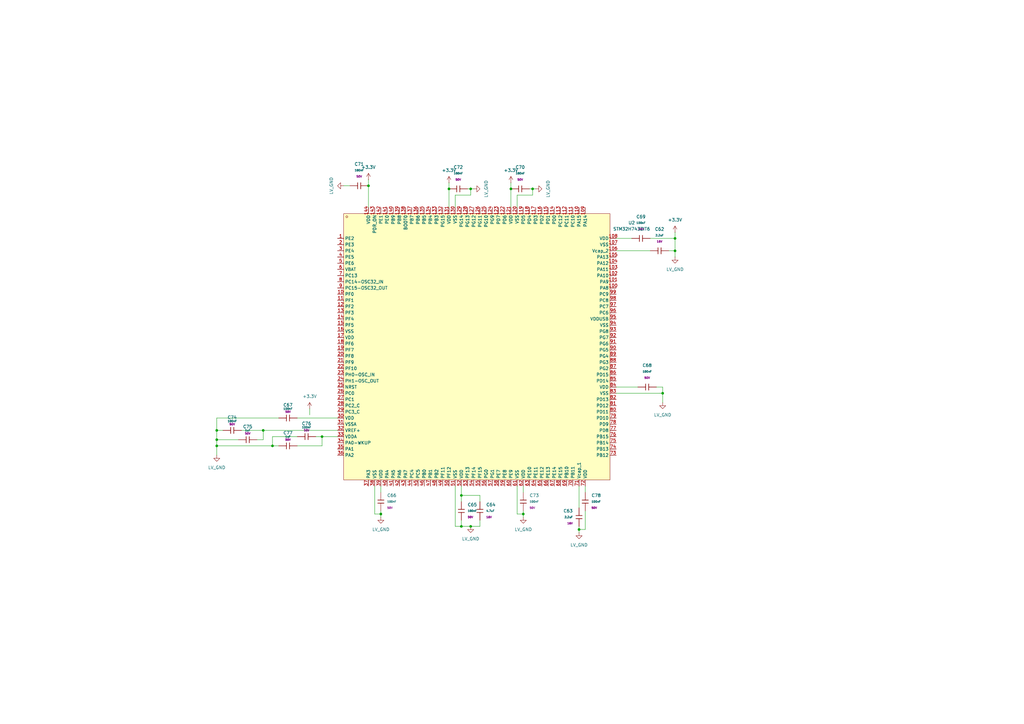
<source format=kicad_sch>
(kicad_sch (version 20250114) (generator "eeschema") (generator_version "9.0")
  (paper "A3")
  (lib_symbols
    (symbol "PCM_JLCPCB-Capacitors:0603,100nF" (pin_numbers (hide yes)) (pin_names (offset 0))
      (property "Reference" "C" (at 2.032 1.668 0))
      (property "Value" "100nF" (at 2.032 -0.3782 0))
      (property "Voltage Rated" "50V" (at 2.032 -2.0462 0))
      (symbol "0603,100nF_0_1"
        (polyline (pts (xy -1.27 0.635) (xy 1.27 0.635)) (stroke (width 0.254)))
        (polyline (pts (xy -1.27 -0.635) (xy 1.27 -0.635)) (stroke (width 0.254)))
      )
      (symbol "0603,100nF_1_1"
        (pin passive line (at 0 3.81 270) (length 3.175) (name "~") (number "1"))
        (pin passive line (at 0 -3.81 90) (length 3.175) (name "~") (number "2"))
      )
    )
    (symbol "PCM_JLCPCB-Capacitors:0603,1uF" (pin_numbers (hide yes)) (pin_names (offset 0))
      (property "Reference" "C" (at 2.032 1.668 0))
      (property "Value" "1uF" (at 2.032 -0.3782 0))
      (property "Voltage Rated" "50V" (at 2.032 -2.0462 0))
      (symbol "0603,1uF_0_1"
        (polyline (pts (xy -1.27 0.635) (xy 1.27 0.635)) (stroke (width 0.254)))
        (polyline (pts (xy -1.27 -0.635) (xy 1.27 -0.635)) (stroke (width 0.254)))
      )
      (symbol "0603,1uF_1_1"
        (pin passive line (at 0 3.81 270) (length 3.175) (name "~") (number "1"))
        (pin passive line (at 0 -3.81 90) (length 3.175) (name "~") (number "2"))
      )
    )
    (symbol "PCM_JLCPCB-Capacitors:0603,2.2uF" (pin_numbers (hide yes)) (pin_names (offset 0))
      (property "Reference" "C" (at 2.032 1.668 0))
      (property "Value" "2.2uF" (at 2.032 -0.3782 0))
      (property "Voltage Rated" "16V" (at 2.032 -2.0462 0))
      (symbol "0603,2.2uF_0_1"
        (polyline (pts (xy -1.27 0.635) (xy 1.27 0.635)) (stroke (width 0.254)))
        (polyline (pts (xy -1.27 -0.635) (xy 1.27 -0.635)) (stroke (width 0.254)))
      )
      (symbol "0603,2.2uF_1_1"
        (pin passive line (at 0 3.81 270) (length 3.175) (name "~") (number "1"))
        (pin passive line (at 0 -3.81 90) (length 3.175) (name "~") (number "2"))
      )
    )
    (symbol "PCM_JLCPCB-Capacitors:0603,4.7uF" (pin_numbers (hide yes)) (pin_names (offset 0))
      (property "Reference" "C" (at 2.032 1.668 0))
      (property "Value" "4.7uF" (at 2.032 -0.3782 0))
      (property "Voltage Rated" "16V" (at 2.032 -2.0462 0))
      (symbol "0603,4.7uF_0_1"
        (polyline (pts (xy -1.27 0.635) (xy 1.27 0.635)) (stroke (width 0.254)))
        (polyline (pts (xy -1.27 -0.635) (xy 1.27 -0.635)) (stroke (width 0.254)))
      )
      (symbol "0603,4.7uF_1_1"
        (pin passive line (at 0 3.81 270) (length 3.175) (name "~") (number "1"))
        (pin passive line (at 0 -3.81 90) (length 3.175) (name "~") (number "2"))
      )
    )
    (symbol "easyeda2kicad:STM32H743ZIT6"
      (property "Reference" "U" (at 0 62.23 0))
      (property "Value" "STM32H743ZIT6" (at 0 -62.23 0))
      (symbol "STM32H743ZIT6_0_1"
        (rectangle (start -54.61 54.61) (end 54.61 -54.61) (fill (type background)))
        (circle (center -53.34 53.34) (radius 0.38))
        (pin unspecified line (at -57.15 44.45 0) (length 2.54) (name "PE2") (number "1"))
        (pin unspecified line (at -57.15 41.91 0) (length 2.54) (name "PE3") (number "2"))
        (pin unspecified line (at -57.15 39.37 0) (length 2.54) (name "PE4") (number "3"))
        (pin unspecified line (at -57.15 36.83 0) (length 2.54) (name "PE5") (number "4"))
        (pin unspecified line (at -57.15 34.29 0) (length 2.54) (name "PE6") (number "5"))
        (pin unspecified line (at -57.15 31.75 0) (length 2.54) (name "VBAT") (number "6"))
        (pin unspecified line (at -57.15 29.21 0) (length 2.54) (name "PC13") (number "7"))
        (pin unspecified line (at -57.15 26.67 0) (length 2.54) (name "PC14-OSC32_IN") (number "8"))
        (pin unspecified line (at -57.15 24.13 0) (length 2.54) (name "PC15-OSC32_OUT") (number "9"))
        (pin unspecified line (at -57.15 21.59 0) (length 2.54) (name "PF0") (number "10"))
        (pin unspecified line (at -57.15 19.05 0) (length 2.54) (name "PF1") (number "11"))
        (pin unspecified line (at -57.15 16.51 0) (length 2.54) (name "PF2") (number "12"))
        (pin unspecified line (at -57.15 13.97 0) (length 2.54) (name "PF3") (number "13"))
        (pin unspecified line (at -57.15 11.43 0) (length 2.54) (name "PF4") (number "14"))
        (pin unspecified line (at -57.15 8.89 0) (length 2.54) (name "PF5") (number "15"))
        (pin unspecified line (at -57.15 6.35 0) (length 2.54) (name "VSS") (number "16"))
        (pin unspecified line (at -57.15 3.81 0) (length 2.54) (name "VDD") (number "17"))
        (pin unspecified line (at -57.15 1.27 0) (length 2.54) (name "PF6") (number "18"))
        (pin unspecified line (at -57.15 -1.27 0) (length 2.54) (name "PF7") (number "19"))
        (pin unspecified line (at -57.15 -3.81 0) (length 2.54) (name "PF8") (number "20"))
        (pin unspecified line (at -57.15 -6.35 0) (length 2.54) (name "PF9") (number "21"))
        (pin unspecified line (at -57.15 -8.89 0) (length 2.54) (name "PF10") (number "22"))
        (pin unspecified line (at -57.15 -11.43 0) (length 2.54) (name "PH0-OSC_IN") (number "23"))
        (pin unspecified line (at -57.15 -13.97 0) (length 2.54) (name "PH1-OSC_OUT") (number "24"))
        (pin unspecified line (at -57.15 -16.51 0) (length 2.54) (name "NRST") (number "25"))
        (pin unspecified line (at -57.15 -19.05 0) (length 2.54) (name "PC0") (number "26"))
        (pin unspecified line (at -57.15 -21.59 0) (length 2.54) (name "PC1") (number "27"))
        (pin unspecified line (at -57.15 -24.13 0) (length 2.54) (name "PC2_C") (number "28"))
        (pin unspecified line (at -57.15 -26.67 0) (length 2.54) (name "PC3_C") (number "29"))
        (pin unspecified line (at -57.15 -29.21 0) (length 2.54) (name "VDD") (number "30"))
        (pin unspecified line (at -57.15 -31.75 0) (length 2.54) (name "VSSA") (number "31"))
        (pin unspecified line (at -57.15 -34.29 0) (length 2.54) (name "VREF+") (number "32"))
        (pin unspecified line (at -57.15 -36.83 0) (length 2.54) (name "VDDA") (number "33"))
        (pin unspecified line (at -57.15 -39.37 0) (length 2.54) (name "PA0-WKUP") (number "34"))
        (pin unspecified line (at -57.15 -41.91 0) (length 2.54) (name "PA1") (number "35"))
        (pin unspecified line (at -57.15 -44.45 0) (length 2.54) (name "PA2") (number "36"))
        (pin unspecified line (at -44.45 57.15 270) (length 2.54) (name "VDD") (number "144"))
        (pin unspecified line (at -44.45 -57.15 90) (length 2.54) (name "PA3") (number "37"))
        (pin unspecified line (at -41.91 57.15 270) (length 2.54) (name "PDR_ON") (number "143"))
        (pin unspecified line (at -41.91 -57.15 90) (length 2.54) (name "VSS") (number "38"))
        (pin unspecified line (at -39.37 57.15 270) (length 2.54) (name "PE1") (number "142"))
        (pin unspecified line (at -39.37 -57.15 90) (length 2.54) (name "VDD") (number "39"))
        (pin unspecified line (at -36.83 57.15 270) (length 2.54) (name "PE0") (number "141"))
        (pin unspecified line (at -36.83 -57.15 90) (length 2.54) (name "PA4") (number "40"))
        (pin unspecified line (at -34.29 57.15 270) (length 2.54) (name "PB9") (number "140"))
        (pin unspecified line (at -34.29 -57.15 90) (length 2.54) (name "PA5") (number "41"))
        (pin unspecified line (at -31.75 57.15 270) (length 2.54) (name "PB8") (number "139"))
        (pin unspecified line (at -31.75 -57.15 90) (length 2.54) (name "PA6") (number "42"))
        (pin unspecified line (at -29.21 57.15 270) (length 2.54) (name "BOOT0") (number "138"))
        (pin unspecified line (at -29.21 -57.15 90) (length 2.54) (name "PA7") (number "43"))
        (pin unspecified line (at -26.67 57.15 270) (length 2.54) (name "PB7") (number "137"))
        (pin unspecified line (at -26.67 -57.15 90) (length 2.54) (name "PC4") (number "44"))
        (pin unspecified line (at -24.13 57.15 270) (length 2.54) (name "PB6") (number "136"))
        (pin unspecified line (at -24.13 -57.15 90) (length 2.54) (name "PC5") (number "45"))
        (pin unspecified line (at -21.59 57.15 270) (length 2.54) (name "PB5") (number "135"))
        (pin unspecified line (at -21.59 -57.15 90) (length 2.54) (name "PB0") (number "46"))
        (pin unspecified line (at -19.05 57.15 270) (length 2.54) (name "PB4") (number "134"))
        (pin unspecified line (at -19.05 -57.15 90) (length 2.54) (name "PB1") (number "47"))
        (pin unspecified line (at -16.51 57.15 270) (length 2.54) (name "PB3") (number "133"))
        (pin unspecified line (at -16.51 -57.15 90) (length 2.54) (name "PB2") (number "48"))
        (pin unspecified line (at -13.97 57.15 270) (length 2.54) (name "PG15") (number "132"))
        (pin unspecified line (at -13.97 -57.15 90) (length 2.54) (name "PF11") (number "49"))
        (pin unspecified line (at -11.43 57.15 270) (length 2.54) (name "VDD") (number "131"))
        (pin unspecified line (at -11.43 -57.15 90) (length 2.54) (name "PF12") (number "50"))
        (pin unspecified line (at -8.89 57.15 270) (length 2.54) (name "VSS") (number "130"))
        (pin unspecified line (at -8.89 -57.15 90) (length 2.54) (name "VSS") (number "51"))
        (pin unspecified line (at -6.35 57.15 270) (length 2.54) (name "PG14") (number "129"))
        (pin unspecified line (at -6.35 -57.15 90) (length 2.54) (name "VDD") (number "52"))
        (pin unspecified line (at -3.81 57.15 270) (length 2.54) (name "PG13") (number "128"))
        (pin unspecified line (at -3.81 -57.15 90) (length 2.54) (name "PF13") (number "53"))
        (pin unspecified line (at -1.27 57.15 270) (length 2.54) (name "PG12") (number "127"))
        (pin unspecified line (at -1.27 -57.15 90) (length 2.54) (name "PF14") (number "54"))
        (pin unspecified line (at 1.27 57.15 270) (length 2.54) (name "PG11") (number "126"))
        (pin unspecified line (at 1.27 -57.15 90) (length 2.54) (name "PF15") (number "55"))
        (pin unspecified line (at 3.81 57.15 270) (length 2.54) (name "PG10") (number "125"))
        (pin unspecified line (at 3.81 -57.15 90) (length 2.54) (name "PG0") (number "56"))
        (pin unspecified line (at 6.35 57.15 270) (length 2.54) (name "PG9") (number "124"))
        (pin unspecified line (at 6.35 -57.15 90) (length 2.54) (name "PG1") (number "57"))
        (pin unspecified line (at 8.89 57.15 270) (length 2.54) (name "PD7") (number "123"))
        (pin unspecified line (at 8.89 -57.15 90) (length 2.54) (name "PE7") (number "58"))
        (pin unspecified line (at 11.43 57.15 270) (length 2.54) (name "PD6") (number "122"))
        (pin unspecified line (at 11.43 -57.15 90) (length 2.54) (name "PE8") (number "59"))
        (pin unspecified line (at 13.97 57.15 270) (length 2.54) (name "VDD") (number "121"))
        (pin unspecified line (at 13.97 -57.15 90) (length 2.54) (name "PE9") (number "60"))
        (pin unspecified line (at 16.51 57.15 270) (length 2.54) (name "VSS") (number "120"))
        (pin unspecified line (at 16.51 -57.15 90) (length 2.54) (name "VSS") (number "61"))
        (pin unspecified line (at 19.05 57.15 270) (length 2.54) (name "PD5") (number "119"))
        (pin unspecified line (at 19.05 -57.15 90) (length 2.54) (name "VDD") (number "62"))
        (pin unspecified line (at 21.59 57.15 270) (length 2.54) (name "PD4") (number "118"))
        (pin unspecified line (at 21.59 -57.15 90) (length 2.54) (name "PE10") (number "63"))
        (pin unspecified line (at 24.13 57.15 270) (length 2.54) (name "PD3") (number "117"))
        (pin unspecified line (at 24.13 -57.15 90) (length 2.54) (name "PE11") (number "64"))
        (pin unspecified line (at 26.67 57.15 270) (length 2.54) (name "PD2") (number "116"))
        (pin unspecified line (at 26.67 -57.15 90) (length 2.54) (name "PE12") (number "65"))
        (pin unspecified line (at 29.21 57.15 270) (length 2.54) (name "PD1") (number "115"))
        (pin unspecified line (at 29.21 -57.15 90) (length 2.54) (name "PE13") (number "66"))
        (pin unspecified line (at 31.75 57.15 270) (length 2.54) (name "PD0") (number "114"))
        (pin unspecified line (at 31.75 -57.15 90) (length 2.54) (name "PE14") (number "67"))
        (pin unspecified line (at 34.29 57.15 270) (length 2.54) (name "PC12") (number "113"))
        (pin unspecified line (at 34.29 -57.15 90) (length 2.54) (name "PE15") (number "68"))
        (pin unspecified line (at 36.83 57.15 270) (length 2.54) (name "PC11") (number "112"))
        (pin unspecified line (at 36.83 -57.15 90) (length 2.54) (name "PB10") (number "69"))
        (pin unspecified line (at 39.37 57.15 270) (length 2.54) (name "PC10") (number "111"))
        (pin unspecified line (at 39.37 -57.15 90) (length 2.54) (name "PB11") (number "70"))
        (pin unspecified line (at 41.91 57.15 270) (length 2.54) (name "PA15") (number "110"))
        (pin unspecified line (at 41.91 -57.15 90) (length 2.54) (name "Vcap_1") (number "71"))
        (pin unspecified line (at 44.45 57.15 270) (length 2.54) (name "PA14") (number "109"))
        (pin unspecified line (at 44.45 -57.15 90) (length 2.54) (name "VDD") (number "72"))
        (pin unspecified line (at 57.15 44.45 180) (length 2.54) (name "VDD") (number "108"))
        (pin unspecified line (at 57.15 41.91 180) (length 2.54) (name "VSS") (number "107"))
        (pin unspecified line (at 57.15 39.37 180) (length 2.54) (name "Vcap_2") (number "106"))
        (pin unspecified line (at 57.15 36.83 180) (length 2.54) (name "PA13") (number "105"))
        (pin unspecified line (at 57.15 34.29 180) (length 2.54) (name "PA12") (number "104"))
        (pin unspecified line (at 57.15 31.75 180) (length 2.54) (name "PA11") (number "103"))
        (pin unspecified line (at 57.15 29.21 180) (length 2.54) (name "PA10") (number "102"))
        (pin unspecified line (at 57.15 26.67 180) (length 2.54) (name "PA9") (number "101"))
        (pin unspecified line (at 57.15 24.13 180) (length 2.54) (name "PA8") (number "100"))
        (pin unspecified line (at 57.15 21.59 180) (length 2.54) (name "PC9") (number "99"))
        (pin unspecified line (at 57.15 19.05 180) (length 2.54) (name "PC8") (number "98"))
        (pin unspecified line (at 57.15 16.51 180) (length 2.54) (name "PC7") (number "97"))
        (pin unspecified line (at 57.15 13.97 180) (length 2.54) (name "PC6") (number "96"))
        (pin unspecified line (at 57.15 11.43 180) (length 2.54) (name "VDDUSB") (number "95"))
        (pin unspecified line (at 57.15 8.89 180) (length 2.54) (name "VSS") (number "94"))
        (pin unspecified line (at 57.15 6.35 180) (length 2.54) (name "PG8") (number "93"))
        (pin unspecified line (at 57.15 3.81 180) (length 2.54) (name "PG7") (number "92"))
        (pin unspecified line (at 57.15 1.27 180) (length 2.54) (name "PG6") (number "91"))
        (pin unspecified line (at 57.15 -1.27 180) (length 2.54) (name "PG5") (number "90"))
        (pin unspecified line (at 57.15 -3.81 180) (length 2.54) (name "PG4") (number "89"))
        (pin unspecified line (at 57.15 -6.35 180) (length 2.54) (name "PG3") (number "88"))
        (pin unspecified line (at 57.15 -8.89 180) (length 2.54) (name "PG2") (number "87"))
        (pin unspecified line (at 57.15 -11.43 180) (length 2.54) (name "PD15") (number "86"))
        (pin unspecified line (at 57.15 -13.97 180) (length 2.54) (name "PD14") (number "85"))
        (pin unspecified line (at 57.15 -16.51 180) (length 2.54) (name "VDD") (number "84"))
        (pin unspecified line (at 57.15 -19.05 180) (length 2.54) (name "VSS") (number "83"))
        (pin unspecified line (at 57.15 -21.59 180) (length 2.54) (name "PD13") (number "82"))
        (pin unspecified line (at 57.15 -24.13 180) (length 2.54) (name "PD12") (number "81"))
        (pin unspecified line (at 57.15 -26.67 180) (length 2.54) (name "PD11") (number "80"))
        (pin unspecified line (at 57.15 -29.21 180) (length 2.54) (name "PD10") (number "79"))
        (pin unspecified line (at 57.15 -31.75 180) (length 2.54) (name "PD9") (number "78"))
        (pin unspecified line (at 57.15 -34.29 180) (length 2.54) (name "PD8") (number "77"))
        (pin unspecified line (at 57.15 -36.83 180) (length 2.54) (name "PB15") (number "76"))
        (pin unspecified line (at 57.15 -39.37 180) (length 2.54) (name "PB14") (number "75"))
        (pin unspecified line (at 57.15 -41.91 180) (length 2.54) (name "PB13") (number "74"))
        (pin unspecified line (at 57.15 -44.45 180) (length 2.54) (name "PB12") (number "73"))
      )
    )
    (symbol "power:+3.3V" (power) (pin_numbers (hide yes)) (pin_names (offset 0) (hide yes))
      (property "Value" "+3.3V" (at 0 3.556 0))
      (symbol "+3.3V_0_1"
        (polyline (pts (xy -0.762 1.27) (xy 0 2.54)))
        (polyline (pts (xy 0 2.54) (xy 0.762 1.27)))
        (polyline (pts (xy 0 0) (xy 0 2.54)))
      )
      (symbol "+3.3V_1_1"
        (pin power_in line (at 0 0 90) (length 0) (name "~") (number "1"))
      )
    )
    (symbol "power:GND" (power) (pin_numbers (hide yes)) (pin_names (offset 0) (hide yes))
      (property "Value" "GND" (at 0 -3.81 0))
      (symbol "GND_0_1"
        (polyline (pts (xy 0 0) (xy 0 -1.27) (xy 1.27 -1.27) (xy 0 -2.54) (xy -1.27 -1.27) (xy 0 -1.27)))
      )
      (symbol "GND_1_1"
        (pin power_in line (at 0 0 270) (length 0) (name "~") (number "1"))
      )
    )
  )
  (junction (at 193.04 77.47))
  (junction (at 189.23 203.2))
  (junction (at 88.9 180.34))
  (junction (at 107.95 176.53))
  (junction (at 209.55 77.47))
  (junction (at 237.49 217.17))
  (junction (at 151.13 76.2))
  (junction (at 88.9 182.88))
  (junction (at 156.21 210.82))
  (junction (at 276.86 97.79))
  (junction (at 276.86 102.87))
  (junction (at 184.15 77.47))
  (junction (at 189.23 215.9))
  (junction (at 132.08 179.07))
  (junction (at 214.63 210.82))
  (junction (at 111.76 182.88))
  (junction (at 193.04 215.9))
  (junction (at 271.78 161.29))
  (junction (at 88.9 176.53))
  (junction (at 218.44 77.47))
  (wire (pts (xy 186.69 215.9) (xy 189.23 215.9)))
  (wire (pts (xy 189.23 199.39) (xy 189.23 203.2)))
  (wire (pts (xy 151.13 76.2) (xy 151.13 85.09)))
  (wire (pts (xy 186.69 80.01) (xy 193.04 80.01)))
  (wire (pts (xy 88.9 176.53) (xy 91.44 176.53)))
  (wire (pts (xy 212.09 210.82) (xy 214.63 210.82)))
  (wire (pts (xy 274.32 102.87) (xy 276.86 102.87)))
  (wire (pts (xy 218.44 80.01) (xy 218.44 77.47)))
  (wire (pts (xy 237.49 217.17) (xy 237.49 218.44)))
  (wire (pts (xy 121.92 182.88) (xy 132.08 182.88)))
  (wire (pts (xy 88.9 182.88) (xy 88.9 186.69)))
  (wire (pts (xy 153.67 199.39) (xy 153.67 210.82)))
  (wire (pts (xy 107.95 180.34) (xy 107.95 176.53)))
  (wire (pts (xy 99.06 176.53) (xy 107.95 176.53)))
  (wire (pts (xy 240.03 209.55) (xy 240.03 217.17)))
  (wire (pts (xy 186.69 85.09) (xy 186.69 80.01)))
  (wire (pts (xy 107.95 176.53) (xy 138.43 176.53)))
  (wire (pts (xy 219.71 77.47) (xy 218.44 77.47)))
  (wire (pts (xy 266.7 97.79) (xy 276.86 97.79)))
  (wire (pts (xy 132.08 182.88) (xy 132.08 179.07)))
  (wire (pts (xy 111.76 179.07) (xy 121.92 179.07)))
  (wire (pts (xy 212.09 199.39) (xy 212.09 210.82)))
  (wire (pts (xy 214.63 199.39) (xy 214.63 201.93)))
  (wire (pts (xy 189.23 205.74) (xy 189.23 203.2)))
  (wire (pts (xy 237.49 199.39) (xy 237.49 208.28)))
  (wire (pts (xy 196.85 203.2) (xy 196.85 205.74)))
  (wire (pts (xy 237.49 215.9) (xy 237.49 217.17)))
  (wire (pts (xy 212.09 85.09) (xy 212.09 80.01)))
  (wire (pts (xy 153.67 210.82) (xy 156.21 210.82)))
  (wire (pts (xy 88.9 180.34) (xy 88.9 182.88)))
  (wire (pts (xy 271.78 161.29) (xy 271.78 165.1)))
  (wire (pts (xy 276.86 105.41) (xy 276.86 102.87)))
  (wire (pts (xy 186.69 199.39) (xy 186.69 215.9)))
  (wire (pts (xy 191.77 77.47) (xy 193.04 77.47)))
  (wire (pts (xy 189.23 213.36) (xy 189.23 215.9)))
  (wire (pts (xy 121.92 171.45) (xy 138.43 171.45)))
  (wire (pts (xy 88.9 182.88) (xy 111.76 182.88)))
  (wire (pts (xy 276.86 97.79) (xy 276.86 102.87)))
  (wire (pts (xy 88.9 176.53) (xy 88.9 180.34)))
  (wire (pts (xy 105.41 180.34) (xy 107.95 180.34)))
  (wire (pts (xy 209.55 77.47) (xy 209.55 85.09)))
  (wire (pts (xy 240.03 217.17) (xy 237.49 217.17)))
  (wire (pts (xy 252.73 158.75) (xy 261.62 158.75)))
  (wire (pts (xy 240.03 199.39) (xy 240.03 201.93)))
  (wire (pts (xy 193.04 80.01) (xy 193.04 77.47)))
  (wire (pts (xy 184.15 74.93) (xy 184.15 77.47)))
  (wire (pts (xy 276.86 95.25) (xy 276.86 97.79)))
  (wire (pts (xy 127 167.64) (xy 127 170.18)))
  (wire (pts (xy 214.63 212.09) (xy 214.63 210.82)))
  (wire (pts (xy 111.76 179.07) (xy 111.76 182.88)))
  (wire (pts (xy 88.9 171.45) (xy 88.9 176.53)))
  (wire (pts (xy 156.21 210.82) (xy 156.21 209.55)))
  (wire (pts (xy 156.21 199.39) (xy 156.21 201.93)))
  (wire (pts (xy 196.85 215.9) (xy 196.85 213.36)))
  (wire (pts (xy 269.24 158.75) (xy 271.78 158.75)))
  (wire (pts (xy 217.17 77.47) (xy 218.44 77.47)))
  (wire (pts (xy 132.08 179.07) (xy 138.43 179.07)))
  (wire (pts (xy 156.21 212.09) (xy 156.21 210.82)))
  (wire (pts (xy 129.54 179.07) (xy 132.08 179.07)))
  (wire (pts (xy 252.73 161.29) (xy 271.78 161.29)))
  (wire (pts (xy 111.76 182.88) (xy 114.3 182.88)))
  (wire (pts (xy 97.79 180.34) (xy 88.9 180.34)))
  (wire (pts (xy 189.23 215.9) (xy 193.04 215.9)))
  (wire (pts (xy 212.09 80.01) (xy 218.44 80.01)))
  (wire (pts (xy 189.23 203.2) (xy 196.85 203.2)))
  (wire (pts (xy 271.78 158.75) (xy 271.78 161.29)))
  (wire (pts (xy 194.31 77.47) (xy 193.04 77.47)))
  (wire (pts (xy 140.97 76.2) (xy 143.51 76.2)))
  (wire (pts (xy 214.63 210.82) (xy 214.63 209.55)))
  (wire (pts (xy 151.13 73.66) (xy 151.13 76.2)))
  (wire (pts (xy 193.04 215.9) (xy 196.85 215.9)))
  (wire (pts (xy 252.73 97.79) (xy 259.08 97.79)))
  (wire (pts (xy 209.55 74.93) (xy 209.55 77.47)))
  (wire (pts (xy 114.3 171.45) (xy 88.9 171.45)))
  (wire (pts (xy 184.15 77.47) (xy 184.15 85.09)))
  (wire (pts (xy 252.73 102.87) (xy 266.7 102.87)))
  (symbol (lib_id "power:+3.3V") (at 276.86 95.25 0) (unit 1)
    (property "Reference" "#PWR038" (effects (hide yes)))
    (property "Value" "+3.3V" (at 276.86 90.17 0))
    (property "Description" "Power symbol creates a global label with name \"+3.3V\"" (effects (hide yes)))
  )
  (symbol (lib_id "PCM_JLCPCB-Capacitors:0603,100nF") (at 95.25 176.53 90) (unit 1)
    (property "Reference" "C74" (at 95.25 171.196 90))
    (property "Value" "100nF" (at 95.25 172.72 90) (effects (font (size 0.8 0.8))))
    (property "Footprint" "PCM_JLCPCB:C_0603" (effects (hide yes)))
    (property "Datasheet" "https://www.lcsc.com/datasheet/lcsc_datasheet_2211101700_YAGEO-CC0603KRX7R9BB104_C14663.pdf" (effects (hide yes)))
    (property "Description" "50V 100nF X7R ±10% 0603 Multilayer Ceramic Capacitors MLCC - SMD/SMT ROHS" (effects (hide yes)))
    (property "LCSC" "C14663" (effects (hide yes)))
    (property "Stock" "70324515" (effects (hide yes)))
    (property "Price" "0.006USD" (effects (hide yes)))
    (property "Process" "SMT" (effects (hide yes)))
    (property "Minimum Qty" "20" (effects (hide yes)))
    (property "Attrition Qty" "10" (effects (hide yes)))
    (property "Class" "Basic Component" (effects (hide yes)))
    (property "Category" "Capacitors,Multilayer Ceramic Capacitors MLCC - SMD/SMT" (effects (hide yes)))
    (property "Manufacturer" "YAGEO" (effects (hide yes)))
    (property "Part" "CC0603KRX7R9BB104" (effects (hide yes)))
    (property "Voltage Rated" "50V" (at 95.25 173.99 90) (effects (font (size 0.8 0.8))))
    (property "Tolerance" "±10%" (effects (hide yes)))
    (property "Capacitance" "100nF" (effects (hide yes)))
    (property "Temperature Coefficient" "X7R" (effects (hide yes)))
  )
  (symbol (lib_id "PCM_JLCPCB-Capacitors:0603,2.2uF") (at 237.49 212.09 0) (mirror x) (unit 1)
    (property "Reference" "C63" (at 234.95 209.5499 0) (effects (justify right)))
    (property "Value" "2.2uF" (at 234.95 212.09 0) (effects (font (size 0.8 0.8)) (justify right)))
    (property "Footprint" "PCM_JLCPCB:C_0603" (effects (hide yes)))
    (property "Datasheet" "https://www.lcsc.com/datasheet/lcsc_datasheet_2304140030_Samsung-Electro-Mechanics-CL10A225KO8NNNC_C23630.pdf" (effects (hide yes)))
    (property "Description" "16V 2.2uF X5R ±10% 0603 Multilayer Ceramic Capacitors MLCC - SMD/SMT ROHS" (effects (hide yes)))
    (property "LCSC" "C23630" (effects (hide yes)))
    (property "Stock" "2585089" (effects (hide yes)))
    (property "Price" "0.009USD" (effects (hide yes)))
    (property "Process" "SMT" (effects (hide yes)))
    (property "Minimum Qty" "20" (effects (hide yes)))
    (property "Attrition Qty" "10" (effects (hide yes)))
    (property "Class" "Basic Component" (effects (hide yes)))
    (property "Category" "Capacitors,Multilayer Ceramic Capacitors MLCC - SMD/SMT" (effects (hide yes)))
    (property "Manufacturer" "Samsung Electro-Mechanics" (effects (hide yes)))
    (property "Part" "CL10A225KO8NNNC" (effects (hide yes)))
    (property "Voltage Rated" "16V" (at 234.95 214.63 0) (effects (font (size 0.8 0.8)) (justify right)))
    (property "Tolerance" "±10%" (effects (hide yes)))
    (property "Capacitance" "2.2uF" (effects (hide yes)))
    (property "Temperature Coefficient" "X5R" (effects (hide yes)))
  )
  (symbol (lib_id "PCM_JLCPCB-Capacitors:0603,100nF") (at 189.23 209.55 0) (unit 1)
    (property "Reference" "C65" (at 191.77 207.0099 0) (effects (justify left)))
    (property "Value" "100nF" (at 191.77 209.55 0) (effects (font (size 0.8 0.8)) (justify left)))
    (property "Footprint" "PCM_JLCPCB:C_0603" (effects (hide yes)))
    (property "Datasheet" "https://www.lcsc.com/datasheet/lcsc_datasheet_2211101700_YAGEO-CC0603KRX7R9BB104_C14663.pdf" (effects (hide yes)))
    (property "Description" "50V 100nF X7R ±10% 0603 Multilayer Ceramic Capacitors MLCC - SMD/SMT ROHS" (effects (hide yes)))
    (property "LCSC" "C14663" (effects (hide yes)))
    (property "Stock" "70324515" (effects (hide yes)))
    (property "Price" "0.006USD" (effects (hide yes)))
    (property "Process" "SMT" (effects (hide yes)))
    (property "Minimum Qty" "20" (effects (hide yes)))
    (property "Attrition Qty" "10" (effects (hide yes)))
    (property "Class" "Basic Component" (effects (hide yes)))
    (property "Category" "Capacitors,Multilayer Ceramic Capacitors MLCC - SMD/SMT" (effects (hide yes)))
    (property "Manufacturer" "YAGEO" (effects (hide yes)))
    (property "Part" "CC0603KRX7R9BB104" (effects (hide yes)))
    (property "Voltage Rated" "50V" (at 191.77 212.09 0) (effects (font (size 0.8 0.8)) (justify left)))
    (property "Tolerance" "±10%" (effects (hide yes)))
    (property "Capacitance" "100nF" (effects (hide yes)))
    (property "Temperature Coefficient" "X7R" (effects (hide yes)))
  )
  (symbol (lib_id "PCM_JLCPCB-Capacitors:0603,100nF") (at 213.36 77.47 90) (unit 1)
    (property "Reference" "C70" (at 213.36 68.58 90))
    (property "Value" "100nF" (at 213.36 71.12 90) (effects (font (size 0.8 0.8))))
    (property "Footprint" "PCM_JLCPCB:C_0603" (effects (hide yes)))
    (property "Datasheet" "https://www.lcsc.com/datasheet/lcsc_datasheet_2211101700_YAGEO-CC0603KRX7R9BB104_C14663.pdf" (effects (hide yes)))
    (property "Description" "50V 100nF X7R ±10% 0603 Multilayer Ceramic Capacitors MLCC - SMD/SMT ROHS" (effects (hide yes)))
    (property "LCSC" "C14663" (effects (hide yes)))
    (property "Stock" "70324515" (effects (hide yes)))
    (property "Price" "0.006USD" (effects (hide yes)))
    (property "Process" "SMT" (effects (hide yes)))
    (property "Minimum Qty" "20" (effects (hide yes)))
    (property "Attrition Qty" "10" (effects (hide yes)))
    (property "Class" "Basic Component" (effects (hide yes)))
    (property "Category" "Capacitors,Multilayer Ceramic Capacitors MLCC - SMD/SMT" (effects (hide yes)))
    (property "Manufacturer" "YAGEO" (effects (hide yes)))
    (property "Part" "CC0603KRX7R9BB104" (effects (hide yes)))
    (property "Voltage Rated" "50V" (at 213.36 73.66 90) (effects (font (size 0.8 0.8))))
    (property "Tolerance" "±10%" (effects (hide yes)))
    (property "Capacitance" "100nF" (effects (hide yes)))
    (property "Temperature Coefficient" "X7R" (effects (hide yes)))
  )
  (symbol (lib_id "power:GND") (at 271.78 165.1 0) (mirror y) (unit 1)
    (property "Reference" "#PWR037" (effects (hide yes)))
    (property "Value" "LV_GND" (at 271.78 170.18 0))
    (property "Description" "Power symbol creates a global label with name \"GND\" , ground" (effects (hide yes)))
  )
  (symbol (lib_id "PCM_JLCPCB-Capacitors:0603,100nF") (at 187.96 77.47 90) (unit 1)
    (property "Reference" "C72" (at 187.96 68.58 90))
    (property "Value" "100nF" (at 187.96 71.12 90) (effects (font (size 0.8 0.8))))
    (property "Footprint" "PCM_JLCPCB:C_0603" (effects (hide yes)))
    (property "Datasheet" "https://www.lcsc.com/datasheet/lcsc_datasheet_2211101700_YAGEO-CC0603KRX7R9BB104_C14663.pdf" (effects (hide yes)))
    (property "Description" "50V 100nF X7R ±10% 0603 Multilayer Ceramic Capacitors MLCC - SMD/SMT ROHS" (effects (hide yes)))
    (property "LCSC" "C14663" (effects (hide yes)))
    (property "Stock" "70324515" (effects (hide yes)))
    (property "Price" "0.006USD" (effects (hide yes)))
    (property "Process" "SMT" (effects (hide yes)))
    (property "Minimum Qty" "20" (effects (hide yes)))
    (property "Attrition Qty" "10" (effects (hide yes)))
    (property "Class" "Basic Component" (effects (hide yes)))
    (property "Category" "Capacitors,Multilayer Ceramic Capacitors MLCC - SMD/SMT" (effects (hide yes)))
    (property "Manufacturer" "YAGEO" (effects (hide yes)))
    (property "Part" "CC0603KRX7R9BB104" (effects (hide yes)))
    (property "Voltage Rated" "50V" (at 187.96 73.66 90) (effects (font (size 0.8 0.8))))
    (property "Tolerance" "±10%" (effects (hide yes)))
    (property "Capacitance" "100nF" (effects (hide yes)))
    (property "Temperature Coefficient" "X7R" (effects (hide yes)))
  )
  (symbol (lib_id "power:GND") (at 214.63 212.09 0) (mirror y) (unit 1)
    (property "Reference" "#PWR035" (effects (hide yes)))
    (property "Value" "LV_GND" (at 214.63 217.17 0))
    (property "Description" "Power symbol creates a global label with name \"GND\" , ground" (effects (hide yes)))
  )
  (symbol (lib_id "PCM_JLCPCB-Capacitors:0603,100nF") (at 118.11 171.45 90) (unit 1)
    (property "Reference" "C67" (at 118.11 166.116 90))
    (property "Value" "100nF" (at 118.11 167.64 90) (effects (font (size 0.8 0.8))))
    (property "Footprint" "PCM_JLCPCB:C_0603" (effects (hide yes)))
    (property "Datasheet" "https://www.lcsc.com/datasheet/lcsc_datasheet_2211101700_YAGEO-CC0603KRX7R9BB104_C14663.pdf" (effects (hide yes)))
    (property "Description" "50V 100nF X7R ±10% 0603 Multilayer Ceramic Capacitors MLCC - SMD/SMT ROHS" (effects (hide yes)))
    (property "LCSC" "C14663" (effects (hide yes)))
    (property "Stock" "70324515" (effects (hide yes)))
    (property "Price" "0.006USD" (effects (hide yes)))
    (property "Process" "SMT" (effects (hide yes)))
    (property "Minimum Qty" "20" (effects (hide yes)))
    (property "Attrition Qty" "10" (effects (hide yes)))
    (property "Class" "Basic Component" (effects (hide yes)))
    (property "Category" "Capacitors,Multilayer Ceramic Capacitors MLCC - SMD/SMT" (effects (hide yes)))
    (property "Manufacturer" "YAGEO" (effects (hide yes)))
    (property "Part" "CC0603KRX7R9BB104" (effects (hide yes)))
    (property "Voltage Rated" "50V" (at 118.11 168.91 90) (effects (font (size 0.8 0.8))))
    (property "Tolerance" "±10%" (effects (hide yes)))
    (property "Capacitance" "100nF" (effects (hide yes)))
    (property "Temperature Coefficient" "X7R" (effects (hide yes)))
  )
  (symbol (lib_id "power:GND") (at 193.04 215.9 0) (mirror y) (unit 1)
    (property "Reference" "#PWR030" (effects (hide yes)))
    (property "Value" "LV_GND" (at 193.04 220.98 0))
    (property "Description" "Power symbol creates a global label with name \"GND\" , ground" (effects (hide yes)))
  )
  (symbol (lib_id "power:+3.3V") (at 151.13 73.66 0) (unit 1)
    (property "Reference" "#PWR041" (effects (hide yes)))
    (property "Value" "+3.3V" (at 151.13 68.58 0))
    (property "Description" "Power symbol creates a global label with name \"+3.3V\"" (effects (hide yes)))
  )
  (symbol (lib_id "PCM_JLCPCB-Capacitors:0603,100nF") (at 265.43 158.75 90) (unit 1)
    (property "Reference" "C68" (at 265.43 149.86 90))
    (property "Value" "100nF" (at 265.43 152.4 90) (effects (font (size 0.8 0.8))))
    (property "Footprint" "PCM_JLCPCB:C_0603" (effects (hide yes)))
    (property "Datasheet" "https://www.lcsc.com/datasheet/lcsc_datasheet_2211101700_YAGEO-CC0603KRX7R9BB104_C14663.pdf" (effects (hide yes)))
    (property "Description" "50V 100nF X7R ±10% 0603 Multilayer Ceramic Capacitors MLCC - SMD/SMT ROHS" (effects (hide yes)))
    (property "LCSC" "C14663" (effects (hide yes)))
    (property "Stock" "70324515" (effects (hide yes)))
    (property "Price" "0.006USD" (effects (hide yes)))
    (property "Process" "SMT" (effects (hide yes)))
    (property "Minimum Qty" "20" (effects (hide yes)))
    (property "Attrition Qty" "10" (effects (hide yes)))
    (property "Class" "Basic Component" (effects (hide yes)))
    (property "Category" "Capacitors,Multilayer Ceramic Capacitors MLCC - SMD/SMT" (effects (hide yes)))
    (property "Manufacturer" "YAGEO" (effects (hide yes)))
    (property "Part" "CC0603KRX7R9BB104" (effects (hide yes)))
    (property "Voltage Rated" "50V" (at 265.43 154.94 90) (effects (font (size 0.8 0.8))))
    (property "Tolerance" "±10%" (effects (hide yes)))
    (property "Capacitance" "100nF" (effects (hide yes)))
    (property "Temperature Coefficient" "X7R" (effects (hide yes)))
  )
  (symbol (lib_id "PCM_JLCPCB-Capacitors:0603,4.7uF") (at 196.85 209.55 0) (unit 1)
    (property "Reference" "C64" (at 199.39 207.0099 0) (effects (justify left)))
    (property "Value" "4.7uF" (at 199.39 209.55 0) (effects (font (size 0.8 0.8)) (justify left)))
    (property "Footprint" "PCM_JLCPCB:C_0603" (effects (hide yes)))
    (property "Datasheet" "https://www.lcsc.com/datasheet/lcsc_datasheet_2304140030_Samsung-Electro-Mechanics-CL10A475KO8NNNC_C19666.pdf" (effects (hide yes)))
    (property "Description" "16V 4.7uF X5R ±10% 0603 Multilayer Ceramic Capacitors MLCC - SMD/SMT ROHS" (effects (hide yes)))
    (property "LCSC" "C19666" (effects (hide yes)))
    (property "Stock" "4246728" (effects (hide yes)))
    (property "Price" "0.013USD" (effects (hide yes)))
    (property "Process" "SMT" (effects (hide yes)))
    (property "Minimum Qty" "20" (effects (hide yes)))
    (property "Attrition Qty" "10" (effects (hide yes)))
    (property "Class" "Basic Component" (effects (hide yes)))
    (property "Category" "Capacitors,Multilayer Ceramic Capacitors MLCC - SMD/SMT" (effects (hide yes)))
    (property "Manufacturer" "Samsung Electro-Mechanics" (effects (hide yes)))
    (property "Part" "CL10A475KO8NNNC" (effects (hide yes)))
    (property "Voltage Rated" "16V" (at 199.39 212.09 0) (effects (font (size 0.8 0.8)) (justify left)))
    (property "Tolerance" "±10%" (effects (hide yes)))
    (property "Capacitance" "4.7uF" (effects (hide yes)))
    (property "Temperature Coefficient" "X5R" (effects (hide yes)))
  )
  (symbol (lib_id "power:GND") (at 276.86 105.41 0) (mirror y) (unit 1)
    (property "Reference" "#PWR029" (effects (hide yes)))
    (property "Value" "LV_GND" (at 276.86 110.49 0))
    (property "Description" "Power symbol creates a global label with name \"GND\" , ground" (effects (hide yes)))
  )
  (symbol (lib_id "PCM_JLCPCB-Capacitors:0603,100nF") (at 262.89 97.79 90) (unit 1)
    (property "Reference" "C69" (at 262.89 88.9 90))
    (property "Value" "100nF" (at 262.89 91.44 90) (effects (font (size 0.8 0.8))))
    (property "Footprint" "PCM_JLCPCB:C_0603" (effects (hide yes)))
    (property "Datasheet" "https://www.lcsc.com/datasheet/lcsc_datasheet_2211101700_YAGEO-CC0603KRX7R9BB104_C14663.pdf" (effects (hide yes)))
    (property "Description" "50V 100nF X7R ±10% 0603 Multilayer Ceramic Capacitors MLCC - SMD/SMT ROHS" (effects (hide yes)))
    (property "LCSC" "C14663" (effects (hide yes)))
    (property "Stock" "70324515" (effects (hide yes)))
    (property "Price" "0.006USD" (effects (hide yes)))
    (property "Process" "SMT" (effects (hide yes)))
    (property "Minimum Qty" "20" (effects (hide yes)))
    (property "Attrition Qty" "10" (effects (hide yes)))
    (property "Class" "Basic Component" (effects (hide yes)))
    (property "Category" "Capacitors,Multilayer Ceramic Capacitors MLCC - SMD/SMT" (effects (hide yes)))
    (property "Manufacturer" "YAGEO" (effects (hide yes)))
    (property "Part" "CC0603KRX7R9BB104" (effects (hide yes)))
    (property "Voltage Rated" "50V" (at 262.89 93.98 90) (effects (font (size 0.8 0.8))))
    (property "Tolerance" "±10%" (effects (hide yes)))
    (property "Capacitance" "100nF" (effects (hide yes)))
    (property "Temperature Coefficient" "X7R" (effects (hide yes)))
  )
  (symbol (lib_id "PCM_JLCPCB-Capacitors:0603,1uF") (at 101.6 180.34 90) (unit 1)
    (property "Reference" "C75" (at 101.6 175.006 90))
    (property "Value" "1uF" (at 101.6 176.53 90) (effects (font (size 0.8 0.8))))
    (property "Footprint" "PCM_JLCPCB:C_0603" (effects (hide yes)))
    (property "Datasheet" "https://www.lcsc.com/datasheet/lcsc_datasheet_2304140030_Samsung-Electro-Mechanics-CL10A105KB8NNNC_C15849.pdf" (effects (hide yes)))
    (property "Description" "50V 1uF X5R ±10% 0603 Multilayer Ceramic Capacitors MLCC - SMD/SMT ROHS" (effects (hide yes)))
    (property "LCSC" "C15849" (effects (hide yes)))
    (property "Stock" "11535980" (effects (hide yes)))
    (property "Price" "0.008USD" (effects (hide yes)))
    (property "Process" "SMT" (effects (hide yes)))
    (property "Minimum Qty" "20" (effects (hide yes)))
    (property "Attrition Qty" "10" (effects (hide yes)))
    (property "Class" "Basic Component" (effects (hide yes)))
    (property "Category" "Capacitors,Multilayer Ceramic Capacitors MLCC - SMD/SMT" (effects (hide yes)))
    (property "Manufacturer" "Samsung Electro-Mechanics" (effects (hide yes)))
    (property "Part" "CL10A105KB8NNNC" (effects (hide yes)))
    (property "Voltage Rated" "50V" (at 101.6 177.8 90) (effects (font (size 0.8 0.8))))
    (property "Tolerance" "±10%" (effects (hide yes)))
    (property "Capacitance" "1uF" (effects (hide yes)))
    (property "Temperature Coefficient" "X5R" (effects (hide yes)))
  )
  (symbol (lib_id "power:+3.3V") (at 184.15 74.93 0) (unit 1)
    (property "Reference" "#PWR040" (effects (hide yes)))
    (property "Value" "+3.3V" (at 184.15 69.85 0))
    (property "Description" "Power symbol creates a global label with name \"+3.3V\"" (effects (hide yes)))
  )
  (symbol (lib_id "power:+3.3V") (at 127 167.64 0) (unit 1)
    (property "Reference" "#PWR042" (effects (hide yes)))
    (property "Value" "+3.3V" (at 127 162.56 0))
    (property "Description" "Power symbol creates a global label with name \"+3.3V\"" (effects (hide yes)))
  )
  (symbol (lib_id "PCM_JLCPCB-Capacitors:0603,100nF") (at 125.73 179.07 90) (unit 1)
    (property "Reference" "C76" (at 125.73 173.736 90))
    (property "Value" "100nF" (at 125.73 175.26 90) (effects (font (size 0.8 0.8))))
    (property "Footprint" "PCM_JLCPCB:C_0603" (effects (hide yes)))
    (property "Datasheet" "https://www.lcsc.com/datasheet/lcsc_datasheet_2211101700_YAGEO-CC0603KRX7R9BB104_C14663.pdf" (effects (hide yes)))
    (property "Description" "50V 100nF X7R ±10% 0603 Multilayer Ceramic Capacitors MLCC - SMD/SMT ROHS" (effects (hide yes)))
    (property "LCSC" "C14663" (effects (hide yes)))
    (property "Stock" "70324515" (effects (hide yes)))
    (property "Price" "0.006USD" (effects (hide yes)))
    (property "Process" "SMT" (effects (hide yes)))
    (property "Minimum Qty" "20" (effects (hide yes)))
    (property "Attrition Qty" "10" (effects (hide yes)))
    (property "Class" "Basic Component" (effects (hide yes)))
    (property "Category" "Capacitors,Multilayer Ceramic Capacitors MLCC - SMD/SMT" (effects (hide yes)))
    (property "Manufacturer" "YAGEO" (effects (hide yes)))
    (property "Part" "CC0603KRX7R9BB104" (effects (hide yes)))
    (property "Voltage Rated" "50V" (at 125.73 176.53 90) (effects (font (size 0.8 0.8))))
    (property "Tolerance" "±10%" (effects (hide yes)))
    (property "Capacitance" "100nF" (effects (hide yes)))
    (property "Temperature Coefficient" "X7R" (effects (hide yes)))
  )
  (symbol (lib_id "easyeda2kicad:STM32H743ZIT6") (at 195.58 142.24 0) (unit 1)
    (property "Reference" "U2" (at 259.08 91.3698 0))
    (property "Value" "STM32H743ZIT6" (at 259.08 93.9098 0))
    (property "Footprint" "easyeda2kicad:LQFP-144_L20.0-W20.0-P0.50-LS22.0-BL" (effects (hide yes)))
    (property "Datasheet" "https://lcsc.com/product-detail/ST-Microelectronics_STMicroelectronics_STM32H743ZIT6_STM32H743ZI_C114408.html" (effects (hide yes)))
    (property "LCSC Part" "C114408" (effects (hide yes)))
  )
  (symbol (lib_id "power:GND") (at 194.31 77.47 90) (mirror x) (unit 1)
    (property "Reference" "#PWR033" (effects (hide yes)))
    (property "Value" "LV_GND" (at 199.39 77.47 0))
    (property "Description" "Power symbol creates a global label with name \"GND\" , ground" (effects (hide yes)))
  )
  (symbol (lib_id "PCM_JLCPCB-Capacitors:0603,1uF") (at 118.11 182.88 90) (unit 1)
    (property "Reference" "C77" (at 118.11 177.546 90))
    (property "Value" "1uF" (at 118.11 179.07 90) (effects (font (size 0.8 0.8))))
    (property "Footprint" "PCM_JLCPCB:C_0603" (effects (hide yes)))
    (property "Datasheet" "https://www.lcsc.com/datasheet/lcsc_datasheet_2304140030_Samsung-Electro-Mechanics-CL10A105KB8NNNC_C15849.pdf" (effects (hide yes)))
    (property "Description" "50V 1uF X5R ±10% 0603 Multilayer Ceramic Capacitors MLCC - SMD/SMT ROHS" (effects (hide yes)))
    (property "LCSC" "C15849" (effects (hide yes)))
    (property "Stock" "11535980" (effects (hide yes)))
    (property "Price" "0.008USD" (effects (hide yes)))
    (property "Process" "SMT" (effects (hide yes)))
    (property "Minimum Qty" "20" (effects (hide yes)))
    (property "Attrition Qty" "10" (effects (hide yes)))
    (property "Class" "Basic Component" (effects (hide yes)))
    (property "Category" "Capacitors,Multilayer Ceramic Capacitors MLCC - SMD/SMT" (effects (hide yes)))
    (property "Manufacturer" "Samsung Electro-Mechanics" (effects (hide yes)))
    (property "Part" "CL10A105KB8NNNC" (effects (hide yes)))
    (property "Voltage Rated" "50V" (at 118.11 180.34 90) (effects (font (size 0.8 0.8))))
    (property "Tolerance" "±10%" (effects (hide yes)))
    (property "Capacitance" "1uF" (effects (hide yes)))
    (property "Temperature Coefficient" "X5R" (effects (hide yes)))
  )
  (symbol (lib_id "power:GND") (at 88.9 186.69 0) (mirror y) (unit 1)
    (property "Reference" "#PWR031" (effects (hide yes)))
    (property "Value" "LV_GND" (at 88.9 191.77 0))
    (property "Description" "Power symbol creates a global label with name \"GND\" , ground" (effects (hide yes)))
  )
  (symbol (lib_id "power:GND") (at 156.21 212.09 0) (mirror y) (unit 1)
    (property "Reference" "#PWR036" (effects (hide yes)))
    (property "Value" "LV_GND" (at 156.21 217.17 0))
    (property "Description" "Power symbol creates a global label with name \"GND\" , ground" (effects (hide yes)))
  )
  (symbol (lib_id "power:+3.3V") (at 209.55 74.93 0) (unit 1)
    (property "Reference" "#PWR039" (effects (hide yes)))
    (property "Value" "+3.3V" (at 209.55 69.85 0))
    (property "Description" "Power symbol creates a global label with name \"+3.3V\"" (effects (hide yes)))
  )
  (symbol (lib_id "PCM_JLCPCB-Capacitors:0603,100nF") (at 147.32 76.2 270) (unit 1)
    (property "Reference" "C71" (at 147.32 67.31 90))
    (property "Value" "100nF" (at 147.32 69.85 90) (effects (font (size 0.8 0.8))))
    (property "Footprint" "PCM_JLCPCB:C_0603" (effects (hide yes)))
    (property "Datasheet" "https://www.lcsc.com/datasheet/lcsc_datasheet_2211101700_YAGEO-CC0603KRX7R9BB104_C14663.pdf" (effects (hide yes)))
    (property "Description" "50V 100nF X7R ±10% 0603 Multilayer Ceramic Capacitors MLCC - SMD/SMT ROHS" (effects (hide yes)))
    (property "LCSC" "C14663" (effects (hide yes)))
    (property "Stock" "70324515" (effects (hide yes)))
    (property "Price" "0.006USD" (effects (hide yes)))
    (property "Process" "SMT" (effects (hide yes)))
    (property "Minimum Qty" "20" (effects (hide yes)))
    (property "Attrition Qty" "10" (effects (hide yes)))
    (property "Class" "Basic Component" (effects (hide yes)))
    (property "Category" "Capacitors,Multilayer Ceramic Capacitors MLCC - SMD/SMT" (effects (hide yes)))
    (property "Manufacturer" "YAGEO" (effects (hide yes)))
    (property "Part" "CC0603KRX7R9BB104" (effects (hide yes)))
    (property "Voltage Rated" "50V" (at 147.32 72.39 90) (effects (font (size 0.8 0.8))))
    (property "Tolerance" "±10%" (effects (hide yes)))
    (property "Capacitance" "100nF" (effects (hide yes)))
    (property "Temperature Coefficient" "X7R" (effects (hide yes)))
  )
  (symbol (lib_id "PCM_JLCPCB-Capacitors:0603,100nF") (at 240.03 205.74 0) (unit 1)
    (property "Reference" "C78" (at 242.57 203.1999 0) (effects (justify left)))
    (property "Value" "100nF" (at 242.57 205.74 0) (effects (font (size 0.8 0.8)) (justify left)))
    (property "Footprint" "PCM_JLCPCB:C_0603" (effects (hide yes)))
    (property "Datasheet" "https://www.lcsc.com/datasheet/lcsc_datasheet_2211101700_YAGEO-CC0603KRX7R9BB104_C14663.pdf" (effects (hide yes)))
    (property "Description" "50V 100nF X7R ±10% 0603 Multilayer Ceramic Capacitors MLCC - SMD/SMT ROHS" (effects (hide yes)))
    (property "LCSC" "C14663" (effects (hide yes)))
    (property "Stock" "70324515" (effects (hide yes)))
    (property "Price" "0.006USD" (effects (hide yes)))
    (property "Process" "SMT" (effects (hide yes)))
    (property "Minimum Qty" "20" (effects (hide yes)))
    (property "Attrition Qty" "10" (effects (hide yes)))
    (property "Class" "Basic Component" (effects (hide yes)))
    (property "Category" "Capacitors,Multilayer Ceramic Capacitors MLCC - SMD/SMT" (effects (hide yes)))
    (property "Manufacturer" "YAGEO" (effects (hide yes)))
    (property "Part" "CC0603KRX7R9BB104" (effects (hide yes)))
    (property "Voltage Rated" "50V" (at 242.57 208.28 0) (effects (font (size 0.8 0.8)) (justify left)))
    (property "Tolerance" "±10%" (effects (hide yes)))
    (property "Capacitance" "100nF" (effects (hide yes)))
    (property "Temperature Coefficient" "X7R" (effects (hide yes)))
  )
  (symbol (lib_id "PCM_JLCPCB-Capacitors:0603,2.2uF") (at 270.51 102.87 90) (unit 1)
    (property "Reference" "C62" (at 270.51 93.98 90))
    (property "Value" "2.2uF" (at 270.51 96.52 90) (effects (font (size 0.8 0.8))))
    (property "Footprint" "PCM_JLCPCB:C_0603" (effects (hide yes)))
    (property "Datasheet" "https://www.lcsc.com/datasheet/lcsc_datasheet_2304140030_Samsung-Electro-Mechanics-CL10A225KO8NNNC_C23630.pdf" (effects (hide yes)))
    (property "Description" "16V 2.2uF X5R ±10% 0603 Multilayer Ceramic Capacitors MLCC - SMD/SMT ROHS" (effects (hide yes)))
    (property "LCSC" "C23630" (effects (hide yes)))
    (property "Stock" "2585089" (effects (hide yes)))
    (property "Price" "0.009USD" (effects (hide yes)))
    (property "Process" "SMT" (effects (hide yes)))
    (property "Minimum Qty" "20" (effects (hide yes)))
    (property "Attrition Qty" "10" (effects (hide yes)))
    (property "Class" "Basic Component" (effects (hide yes)))
    (property "Category" "Capacitors,Multilayer Ceramic Capacitors MLCC - SMD/SMT" (effects (hide yes)))
    (property "Manufacturer" "Samsung Electro-Mechanics" (effects (hide yes)))
    (property "Part" "CL10A225KO8NNNC" (effects (hide yes)))
    (property "Voltage Rated" "16V" (at 270.51 99.06 90) (effects (font (size 0.8 0.8))))
    (property "Tolerance" "±10%" (effects (hide yes)))
    (property "Capacitance" "2.2uF" (effects (hide yes)))
    (property "Temperature Coefficient" "X5R" (effects (hide yes)))
  )
  (symbol (lib_id "power:GND") (at 237.49 218.44 0) (mirror y) (unit 1)
    (property "Reference" "#PWR024" (effects (hide yes)))
    (property "Value" "LV_GND" (at 237.49 223.52 0))
    (property "Description" "Power symbol creates a global label with name \"GND\" , ground" (effects (hide yes)))
  )
  (symbol (lib_id "power:GND") (at 140.97 76.2 270) (mirror x) (unit 1)
    (property "Reference" "#PWR032" (effects (hide yes)))
    (property "Value" "LV_GND" (at 135.89 76.2 0))
    (property "Description" "Power symbol creates a global label with name \"GND\" , ground" (effects (hide yes)))
  )
  (symbol (lib_id "power:GND") (at 219.71 77.47 90) (mirror x) (unit 1)
    (property "Reference" "#PWR034" (effects (hide yes)))
    (property "Value" "LV_GND" (at 224.79 77.47 0))
    (property "Description" "Power symbol creates a global label with name \"GND\" , ground" (effects (hide yes)))
  )
  (symbol (lib_id "PCM_JLCPCB-Capacitors:0603,100nF") (at 214.63 205.74 0) (unit 1)
    (property "Reference" "C73" (at 217.17 203.1999 0) (effects (justify left)))
    (property "Value" "100nF" (at 217.17 205.74 0) (effects (font (size 0.8 0.8)) (justify left)))
    (property "Footprint" "PCM_JLCPCB:C_0603" (effects (hide yes)))
    (property "Datasheet" "https://www.lcsc.com/datasheet/lcsc_datasheet_2211101700_YAGEO-CC0603KRX7R9BB104_C14663.pdf" (effects (hide yes)))
    (property "Description" "50V 100nF X7R ±10% 0603 Multilayer Ceramic Capacitors MLCC - SMD/SMT ROHS" (effects (hide yes)))
    (property "LCSC" "C14663" (effects (hide yes)))
    (property "Stock" "70324515" (effects (hide yes)))
    (property "Price" "0.006USD" (effects (hide yes)))
    (property "Process" "SMT" (effects (hide yes)))
    (property "Minimum Qty" "20" (effects (hide yes)))
    (property "Attrition Qty" "10" (effects (hide yes)))
    (property "Class" "Basic Component" (effects (hide yes)))
    (property "Category" "Capacitors,Multilayer Ceramic Capacitors MLCC - SMD/SMT" (effects (hide yes)))
    (property "Manufacturer" "YAGEO" (effects (hide yes)))
    (property "Part" "CC0603KRX7R9BB104" (effects (hide yes)))
    (property "Voltage Rated" "50V" (at 217.17 208.28 0) (effects (font (size 0.8 0.8)) (justify left)))
    (property "Tolerance" "±10%" (effects (hide yes)))
    (property "Capacitance" "100nF" (effects (hide yes)))
    (property "Temperature Coefficient" "X7R" (effects (hide yes)))
  )
  (symbol (lib_id "PCM_JLCPCB-Capacitors:0603,100nF") (at 156.21 205.74 0) (unit 1)
    (property "Reference" "C66" (at 158.75 203.1999 0) (effects (justify left)))
    (property "Value" "100nF" (at 158.75 205.74 0) (effects (font (size 0.8 0.8)) (justify left)))
    (property "Footprint" "PCM_JLCPCB:C_0603" (effects (hide yes)))
    (property "Datasheet" "https://www.lcsc.com/datasheet/lcsc_datasheet_2211101700_YAGEO-CC0603KRX7R9BB104_C14663.pdf" (effects (hide yes)))
    (property "Description" "50V 100nF X7R ±10% 0603 Multilayer Ceramic Capacitors MLCC - SMD/SMT ROHS" (effects (hide yes)))
    (property "LCSC" "C14663" (effects (hide yes)))
    (property "Stock" "70324515" (effects (hide yes)))
    (property "Price" "0.006USD" (effects (hide yes)))
    (property "Process" "SMT" (effects (hide yes)))
    (property "Minimum Qty" "20" (effects (hide yes)))
    (property "Attrition Qty" "10" (effects (hide yes)))
    (property "Class" "Basic Component" (effects (hide yes)))
    (property "Category" "Capacitors,Multilayer Ceramic Capacitors MLCC - SMD/SMT" (effects (hide yes)))
    (property "Manufacturer" "YAGEO" (effects (hide yes)))
    (property "Part" "CC0603KRX7R9BB104" (effects (hide yes)))
    (property "Voltage Rated" "50V" (at 158.75 208.28 0) (effects (font (size 0.8 0.8)) (justify left)))
    (property "Tolerance" "±10%" (effects (hide yes)))
    (property "Capacitance" "100nF" (effects (hide yes)))
    (property "Temperature Coefficient" "X7R" (effects (hide yes)))
  )
)
</source>
